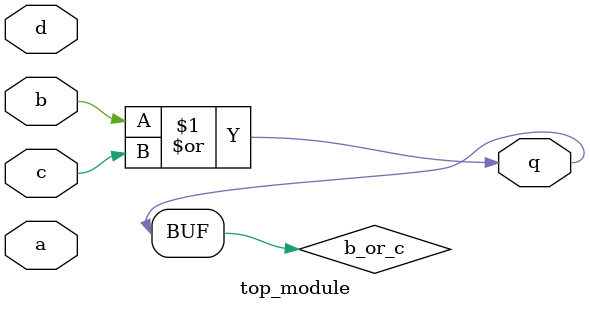
<source format=sv>
module top_module (
	input a, 
	input b, 
	input c, 
	input d,
	output q
);

	// Declare internal wires
	wire b_or_c;
	
	// Logic gates
	assign b_or_c = b | c;
	assign q = b_or_c;

endmodule

</source>
